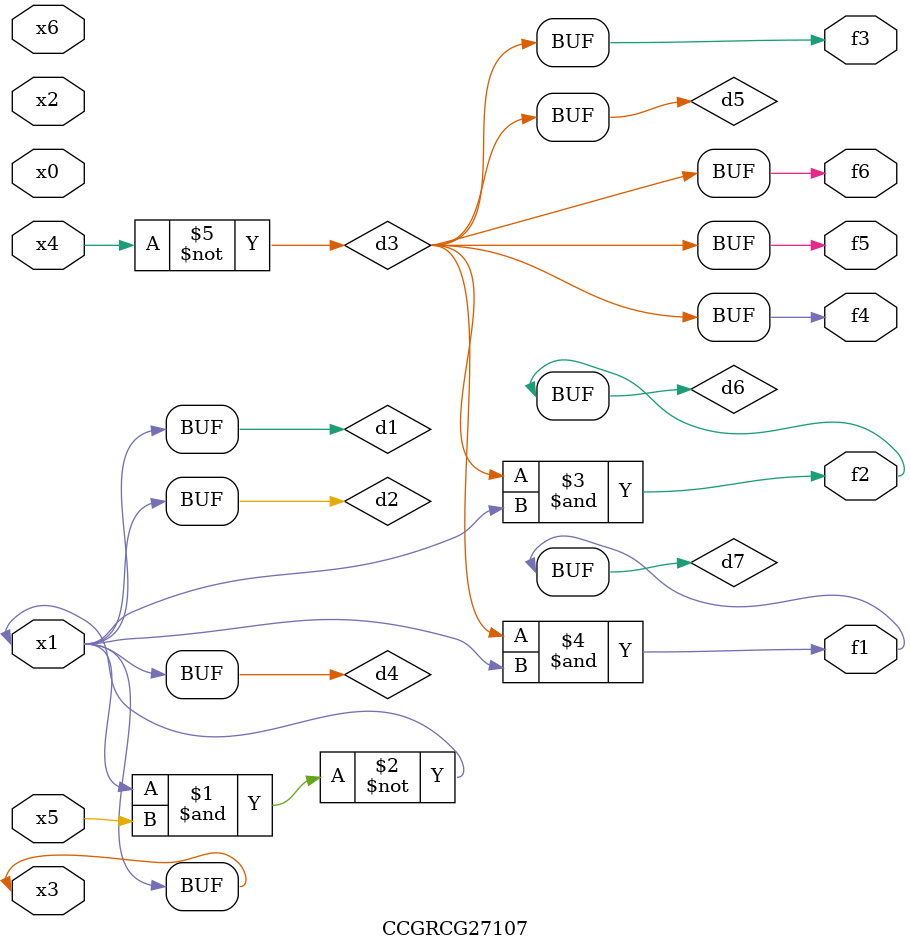
<source format=v>
module CCGRCG27107(
	input x0, x1, x2, x3, x4, x5, x6,
	output f1, f2, f3, f4, f5, f6
);

	wire d1, d2, d3, d4, d5, d6, d7;

	buf (d1, x1, x3);
	nand (d2, x1, x5);
	not (d3, x4);
	buf (d4, d1, d2);
	buf (d5, d3);
	and (d6, d3, d4);
	and (d7, d3, d4);
	assign f1 = d7;
	assign f2 = d6;
	assign f3 = d5;
	assign f4 = d5;
	assign f5 = d5;
	assign f6 = d5;
endmodule

</source>
